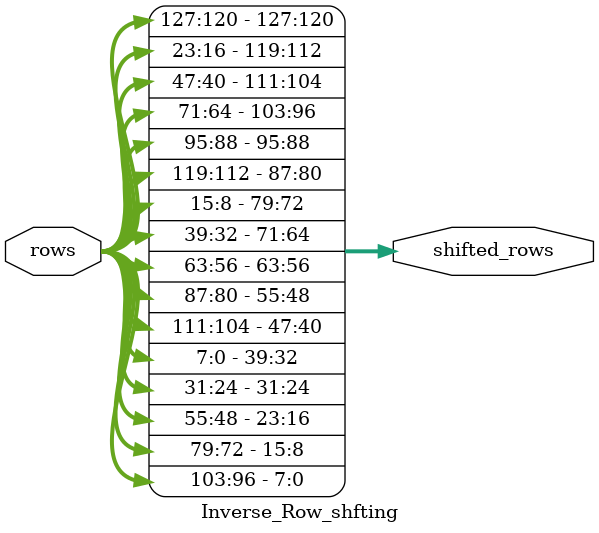
<source format=v>
module Inverse_Row_shfting(
    input  [127:0] rows,
    output [127:0] shifted_rows
);

// 1st column (no shift)
assign shifted_rows[127:120] = rows[127:120];
assign shifted_rows[119:112] = rows[23:16];
assign shifted_rows[111:104] = rows[47:40];
assign shifted_rows[103:96]  = rows[71:64];

// 2nd column (right shift by one)
assign shifted_rows[95:88]   = rows[95:88];
assign shifted_rows[87:80]   = rows[119:112];
assign shifted_rows[79:72]   = rows[15:8];
assign shifted_rows[71:64]   = rows[39:32];

// 3rd column (right shift by two)
assign shifted_rows[63:56]   = rows[63:56];
assign shifted_rows[55:48]   = rows[87:80];
assign shifted_rows[47:40]   = rows[111:104];
assign shifted_rows[39:32]   = rows[7:0];

// 4th column (right shift by three)
assign shifted_rows[31:24]   = rows[31:24];
assign shifted_rows[23:16]   = rows[55:48];
assign shifted_rows[15:8]    = rows[79:72];
assign shifted_rows[7:0]     = rows[103:96];

endmodule

</source>
